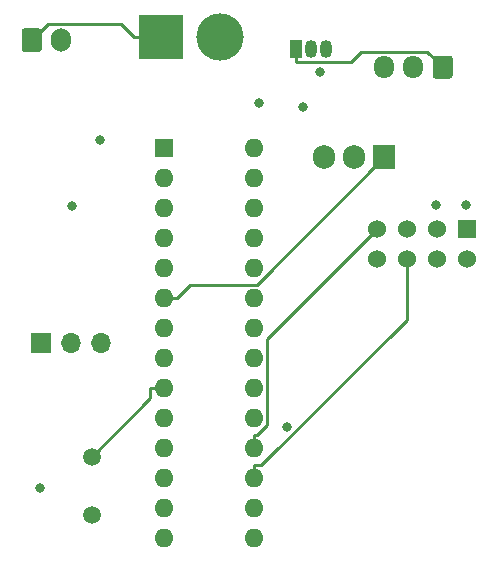
<source format=gbr>
G04 #@! TF.GenerationSoftware,KiCad,Pcbnew,5.1.6-c6e7f7d~87~ubuntu20.04.1*
G04 #@! TF.CreationDate,2020-09-27T23:00:53+02:00*
G04 #@! TF.ProjectId,soil_humidity_module,736f696c-5f68-4756-9d69-646974795f6d,rev?*
G04 #@! TF.SameCoordinates,Original*
G04 #@! TF.FileFunction,Copper,L2,Inr*
G04 #@! TF.FilePolarity,Positive*
%FSLAX46Y46*%
G04 Gerber Fmt 4.6, Leading zero omitted, Abs format (unit mm)*
G04 Created by KiCad (PCBNEW 5.1.6-c6e7f7d~87~ubuntu20.04.1) date 2020-09-27 23:00:53*
%MOMM*%
%LPD*%
G01*
G04 APERTURE LIST*
G04 #@! TA.AperFunction,ViaPad*
%ADD10O,1.700000X2.000000*%
G04 #@! TD*
G04 #@! TA.AperFunction,ViaPad*
%ADD11O,1.700000X1.700000*%
G04 #@! TD*
G04 #@! TA.AperFunction,ViaPad*
%ADD12R,1.700000X1.700000*%
G04 #@! TD*
G04 #@! TA.AperFunction,ViaPad*
%ADD13C,1.524000*%
G04 #@! TD*
G04 #@! TA.AperFunction,ViaPad*
%ADD14R,1.524000X1.524000*%
G04 #@! TD*
G04 #@! TA.AperFunction,ViaPad*
%ADD15R,3.800000X3.800000*%
G04 #@! TD*
G04 #@! TA.AperFunction,ViaPad*
%ADD16C,4.000000*%
G04 #@! TD*
G04 #@! TA.AperFunction,ViaPad*
%ADD17R,1.905000X2.000000*%
G04 #@! TD*
G04 #@! TA.AperFunction,ViaPad*
%ADD18O,1.905000X2.000000*%
G04 #@! TD*
G04 #@! TA.AperFunction,ViaPad*
%ADD19O,1.050000X1.500000*%
G04 #@! TD*
G04 #@! TA.AperFunction,ViaPad*
%ADD20R,1.050000X1.500000*%
G04 #@! TD*
G04 #@! TA.AperFunction,ViaPad*
%ADD21O,1.700000X1.950000*%
G04 #@! TD*
G04 #@! TA.AperFunction,ViaPad*
%ADD22R,1.600000X1.600000*%
G04 #@! TD*
G04 #@! TA.AperFunction,ViaPad*
%ADD23O,1.600000X1.600000*%
G04 #@! TD*
G04 #@! TA.AperFunction,ViaPad*
%ADD24C,1.500000*%
G04 #@! TD*
G04 #@! TA.AperFunction,ViaPad*
%ADD25C,0.800000*%
G04 #@! TD*
G04 #@! TA.AperFunction,Conductor*
%ADD26C,0.250000*%
G04 #@! TD*
G04 APERTURE END LIST*
D10*
X137120000Y-84074000D03*
G04 #@! TA.AperFunction,ViaPad*
G36*
G01*
X133770000Y-84824000D02*
X133770000Y-83324000D01*
G75*
G02*
X134020000Y-83074000I250000J0D01*
G01*
X135220000Y-83074000D01*
G75*
G02*
X135470000Y-83324000I0J-250000D01*
G01*
X135470000Y-84824000D01*
G75*
G02*
X135220000Y-85074000I-250000J0D01*
G01*
X134020000Y-85074000D01*
G75*
G02*
X133770000Y-84824000I0J250000D01*
G01*
G37*
G04 #@! TD.AperFunction*
D11*
X140462000Y-109728000D03*
X137922000Y-109728000D03*
D12*
X135382000Y-109728000D03*
D13*
X163830000Y-102616000D03*
X163830000Y-100076000D03*
X166370000Y-102616000D03*
X166370000Y-100076000D03*
X168910000Y-102616000D03*
X168910000Y-100076000D03*
X171450000Y-102616000D03*
D14*
X171450000Y-100076000D03*
D15*
X145542000Y-83820000D03*
D16*
X150542000Y-83820000D03*
D17*
X164470000Y-93980000D03*
D18*
X161930000Y-93980000D03*
X159390000Y-93980000D03*
D19*
X158242000Y-84836000D03*
X159512000Y-84836000D03*
D20*
X156972000Y-84836000D03*
G04 #@! TA.AperFunction,ViaPad*
G36*
G01*
X170268000Y-85635000D02*
X170268000Y-87085000D01*
G75*
G02*
X170018000Y-87335000I-250000J0D01*
G01*
X168818000Y-87335000D01*
G75*
G02*
X168568000Y-87085000I0J250000D01*
G01*
X168568000Y-85635000D01*
G75*
G02*
X168818000Y-85385000I250000J0D01*
G01*
X170018000Y-85385000D01*
G75*
G02*
X170268000Y-85635000I0J-250000D01*
G01*
G37*
G04 #@! TD.AperFunction*
D21*
X166918000Y-86360000D03*
X164418000Y-86360000D03*
D22*
X145796000Y-93218000D03*
D23*
X153416000Y-126238000D03*
X145796000Y-95758000D03*
X153416000Y-123698000D03*
X145796000Y-98298000D03*
X153416000Y-121158000D03*
X145796000Y-100838000D03*
X153416000Y-118618000D03*
X145796000Y-103378000D03*
X153416000Y-116078000D03*
X145796000Y-105918000D03*
X153416000Y-113538000D03*
X145796000Y-108458000D03*
X153416000Y-110998000D03*
X145796000Y-110998000D03*
X153416000Y-108458000D03*
X145796000Y-113538000D03*
X153416000Y-105918000D03*
X145796000Y-116078000D03*
X153416000Y-103378000D03*
X145796000Y-118618000D03*
X153416000Y-100838000D03*
X145796000Y-121158000D03*
X153416000Y-98298000D03*
X145796000Y-123698000D03*
X153416000Y-95758000D03*
X145796000Y-126238000D03*
X153416000Y-93218000D03*
D24*
X139700000Y-119380000D03*
X139700000Y-124260000D03*
D25*
X158998500Y-86749300D03*
X156240300Y-116835900D03*
X135360500Y-122024000D03*
X168866400Y-97988000D03*
X157582200Y-89766500D03*
X171428900Y-97987300D03*
X140426500Y-92510200D03*
X153891200Y-89350700D03*
X138001300Y-98101600D03*
D26*
X145542000Y-83820000D02*
X143316700Y-83820000D01*
X143316700Y-83820000D02*
X142209000Y-82712300D01*
X142209000Y-82712300D02*
X135981700Y-82712300D01*
X135981700Y-82712300D02*
X134620000Y-84074000D01*
X145796000Y-113538000D02*
X144670700Y-113538000D01*
X139700000Y-119380000D02*
X144670700Y-114409300D01*
X144670700Y-114409300D02*
X144670700Y-113538000D01*
X145796000Y-105918000D02*
X146921300Y-105918000D01*
X146921300Y-105918000D02*
X148046600Y-104792700D01*
X148046600Y-104792700D02*
X153657300Y-104792700D01*
X153657300Y-104792700D02*
X164470000Y-93980000D01*
X156972000Y-84836000D02*
X156972000Y-85911300D01*
X169418000Y-86360000D02*
X168113300Y-85055300D01*
X168113300Y-85055300D02*
X162495000Y-85055300D01*
X162495000Y-85055300D02*
X161639000Y-85911300D01*
X161639000Y-85911300D02*
X156972000Y-85911300D01*
X153416000Y-120032700D02*
X154069300Y-120032700D01*
X154069300Y-120032700D02*
X166370000Y-107732000D01*
X166370000Y-107732000D02*
X166370000Y-102616000D01*
X153416000Y-121158000D02*
X153416000Y-120032700D01*
X153416000Y-118618000D02*
X153416000Y-117492700D01*
X153416000Y-117492700D02*
X153697400Y-117492700D01*
X153697400Y-117492700D02*
X154541300Y-116648800D01*
X154541300Y-116648800D02*
X154541300Y-109364700D01*
X154541300Y-109364700D02*
X163830000Y-100076000D01*
M02*

</source>
